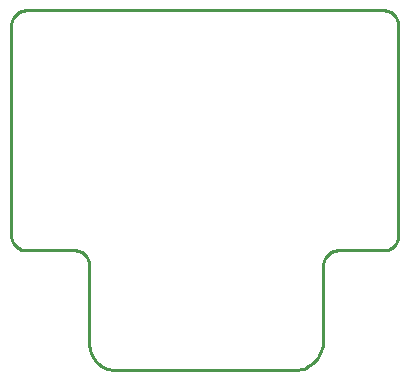
<source format=gbr>
G04 EAGLE Gerber RS-274X export*
G75*
%MOMM*%
%FSLAX34Y34*%
%LPD*%
%IN*%
%IPPOS*%
%AMOC8*
5,1,8,0,0,1.08239X$1,22.5*%
G01*
%ADD10C,0.254000*%


D10*
X-73660Y114300D02*
X-73612Y113193D01*
X-73467Y112095D01*
X-73227Y111013D01*
X-72894Y109956D01*
X-72470Y108933D01*
X-71959Y107950D01*
X-71363Y107016D01*
X-70689Y106137D01*
X-69940Y105320D01*
X-69123Y104571D01*
X-68244Y103897D01*
X-67310Y103301D01*
X-66327Y102790D01*
X-65304Y102366D01*
X-64247Y102033D01*
X-63165Y101793D01*
X-62067Y101648D01*
X-60960Y101600D01*
X-20320Y101600D01*
X-19213Y101552D01*
X-18115Y101407D01*
X-17033Y101167D01*
X-15976Y100834D01*
X-14953Y100410D01*
X-13970Y99899D01*
X-13036Y99303D01*
X-12157Y98629D01*
X-11340Y97880D01*
X-10591Y97063D01*
X-9917Y96184D01*
X-9321Y95250D01*
X-8810Y94267D01*
X-8386Y93244D01*
X-8053Y92187D01*
X-7813Y91105D01*
X-7668Y90007D01*
X-7620Y88900D01*
X-7620Y22860D01*
X-7533Y20868D01*
X-7273Y18890D01*
X-6841Y16943D01*
X-6241Y15041D01*
X-5478Y13199D01*
X-4557Y11430D01*
X-3486Y9748D01*
X-2272Y8166D01*
X-924Y6696D01*
X546Y5348D01*
X2128Y4134D01*
X3810Y3063D01*
X5579Y2142D01*
X7421Y1379D01*
X9323Y779D01*
X11270Y347D01*
X13248Y87D01*
X15240Y0D01*
X165100Y0D01*
X167314Y97D01*
X169511Y386D01*
X171674Y865D01*
X173787Y1532D01*
X175835Y2380D01*
X177800Y3403D01*
X179669Y4594D01*
X181427Y5942D01*
X183061Y7440D01*
X184558Y9073D01*
X185906Y10831D01*
X187097Y12700D01*
X188120Y14666D01*
X188968Y16713D01*
X189635Y18826D01*
X190114Y20989D01*
X190403Y23186D01*
X190500Y25400D01*
X190500Y88900D01*
X190548Y90007D01*
X190693Y91105D01*
X190933Y92187D01*
X191266Y93244D01*
X191690Y94267D01*
X192201Y95250D01*
X192797Y96184D01*
X193471Y97063D01*
X194220Y97880D01*
X195037Y98629D01*
X195916Y99303D01*
X196850Y99899D01*
X197833Y100410D01*
X198856Y100834D01*
X199913Y101167D01*
X200995Y101407D01*
X202093Y101552D01*
X203200Y101600D01*
X241300Y101600D01*
X242407Y101648D01*
X243505Y101793D01*
X244587Y102033D01*
X245644Y102366D01*
X246667Y102790D01*
X247650Y103301D01*
X248584Y103897D01*
X249463Y104571D01*
X250280Y105320D01*
X251029Y106137D01*
X251703Y107016D01*
X252299Y107950D01*
X252810Y108933D01*
X253234Y109956D01*
X253567Y111013D01*
X253807Y112095D01*
X253952Y113193D01*
X254000Y114300D01*
X254000Y292100D01*
X253952Y293207D01*
X253807Y294305D01*
X253567Y295387D01*
X253234Y296444D01*
X252810Y297467D01*
X252299Y298450D01*
X251703Y299384D01*
X251029Y300263D01*
X250280Y301080D01*
X249463Y301829D01*
X248584Y302503D01*
X247650Y303099D01*
X246667Y303610D01*
X245644Y304034D01*
X244587Y304367D01*
X243505Y304607D01*
X242407Y304752D01*
X241300Y304800D01*
X-60960Y304800D01*
X-62067Y304752D01*
X-63165Y304607D01*
X-64247Y304367D01*
X-65304Y304034D01*
X-66327Y303610D01*
X-67310Y303099D01*
X-68244Y302503D01*
X-69123Y301829D01*
X-69940Y301080D01*
X-70689Y300263D01*
X-71363Y299384D01*
X-71959Y298450D01*
X-72470Y297467D01*
X-72894Y296444D01*
X-73227Y295387D01*
X-73467Y294305D01*
X-73612Y293207D01*
X-73660Y292100D01*
X-73660Y114300D01*
M02*

</source>
